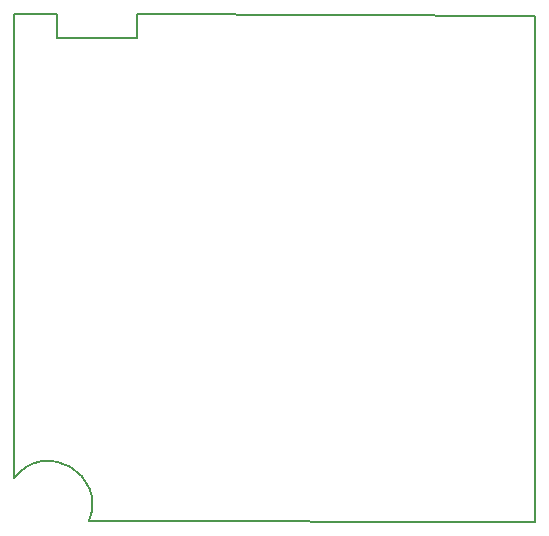
<source format=gbr>
G04 #@! TF.GenerationSoftware,KiCad,Pcbnew,5.1.7-a382d34a8~88~ubuntu18.04.1*
G04 #@! TF.CreationDate,2021-08-09T13:16:33+05:30*
G04 #@! TF.ProjectId,BackEnd_HeavyDevice_v3,4261636b-456e-4645-9f48-656176794465,rev?*
G04 #@! TF.SameCoordinates,Original*
G04 #@! TF.FileFunction,Other,User*
%FSLAX46Y46*%
G04 Gerber Fmt 4.6, Leading zero omitted, Abs format (unit mm)*
G04 Created by KiCad (PCBNEW 5.1.7-a382d34a8~88~ubuntu18.04.1) date 2021-08-09 13:16:33*
%MOMM*%
%LPD*%
G01*
G04 APERTURE LIST*
%ADD10C,0.150000*%
G04 APERTURE END LIST*
D10*
X107758436Y-131993827D02*
G75*
G02*
X114100000Y-135600000I2941564J-2206173D01*
G01*
X111434880Y-92661740D02*
X107767120Y-92664280D01*
X118198900Y-94724220D02*
X118201440Y-92664280D01*
X111432340Y-94691200D02*
X118198900Y-94724220D01*
X111434880Y-92666820D02*
X111432340Y-94691200D01*
X107759500Y-126870460D02*
X107758436Y-131993827D01*
X151876760Y-92829380D02*
X151884380Y-94465140D01*
X151876760Y-92829380D02*
X118201440Y-92664280D01*
X151836120Y-135712200D02*
X151884380Y-94465140D01*
X114100000Y-135600000D02*
X151836120Y-135712200D01*
X107767120Y-92664280D02*
X107759500Y-126870460D01*
M02*

</source>
